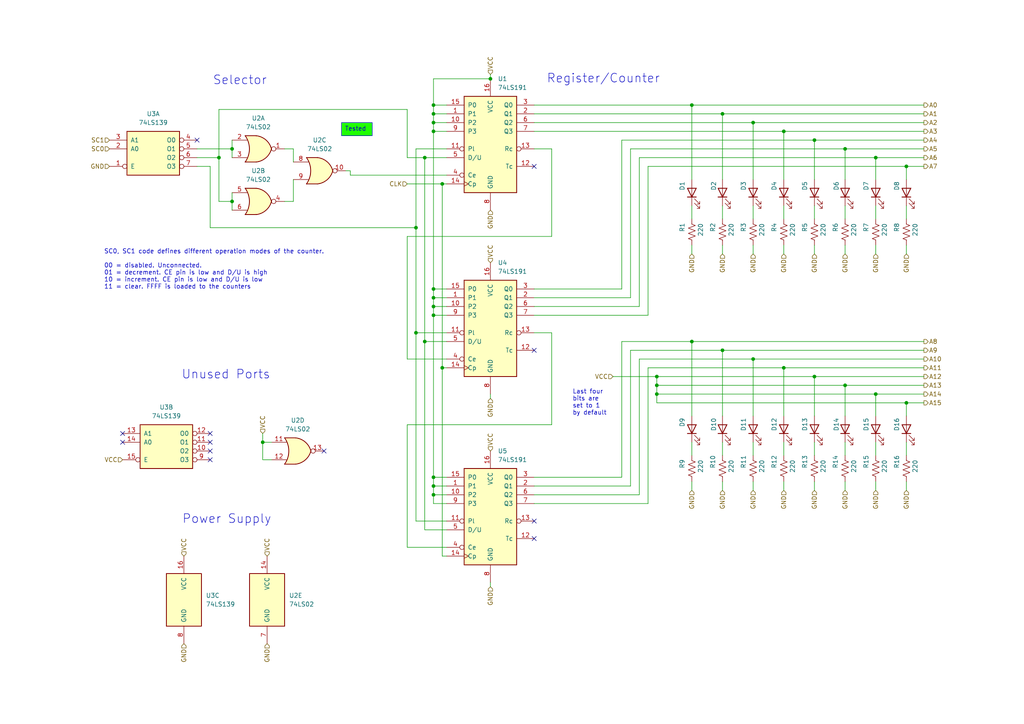
<source format=kicad_sch>
(kicad_sch (version 20250114) (generator "eeschema") (generator_version "9.0")
  (paper "A4")
  (title_block (title "Stack Pointer") (date "2025-12-04") (rev "1.0") (company "Marco Vettigli") (comment 2 "By using or distributing it, you accept the terms of the GPL.") (comment 3 "It comes with absolutely NO WARRANTY; for details, see the full license.") (comment 4 "This software is licensed under the GNU General Public License (GPL)."))
  (lib_symbols
    (symbol "74xx:74LS02" (pin_names (offset 1.016))
      (property "Reference" "U" (at 0 1.27 0))
      (property "Value" "74LS02" (at 0 -1.27 0))
      (symbol "74LS02_1_1"
        (arc (start -3.81 3.81) (mid -2.589 0) (end -3.81 -3.81) (stroke (width 0.254)))
        (polyline (pts (xy -3.81 3.81) (xy -0.635 3.81)) (stroke (width 0.254)) (fill (type background)))
        (polyline (pts (xy -3.81 -3.81) (xy -0.635 -3.81)) (stroke (width 0.254)) (fill (type background)))
        (arc (start 3.81 0) (mid 2.1855 -2.584) (end -0.6096 -3.81) (stroke (width 0.254)) (fill (type background)))
        (arc (start -0.6096 3.81) (mid 2.1928 2.5924) (end 3.81 0) (stroke (width 0.254)) (fill (type background)))
        (polyline (pts (xy -0.635 3.81) (xy -3.81 3.81) (xy -3.81 3.81) (xy -3.556 3.4036) (xy -3.0226 2.2606) (xy -2.6924 1.0414) (xy -2.6162 -0.254) (xy -2.7686 -1.4986) (xy -3.175 -2.7178) (xy -3.81 -3.81) (xy -3.81 -3.81) (xy -0.635 -3.81)) (stroke (width -25.4)) (fill (type background)))
        (pin input line (at -7.62 2.54 0) (length 4.318) (name "~") (number "2"))
        (pin input line (at -7.62 -2.54 0) (length 4.318) (name "~") (number "3"))
        (pin output inverted (at 7.62 0 180) (length 3.81) (name "~") (number "1"))
      )
      (symbol "74LS02_1_2"
        (arc (start 0 3.81) (mid 3.7934 0) (end 0 -3.81) (stroke (width 0.254)) (fill (type background)))
        (polyline (pts (xy 0 3.81) (xy -3.81 3.81) (xy -3.81 -3.81) (xy 0 -3.81)) (stroke (width 0.254)) (fill (type background)))
        (pin input inverted (at -7.62 2.54 0) (length 3.81) (name "~") (number "2"))
        (pin input inverted (at -7.62 -2.54 0) (length 3.81) (name "~") (number "3"))
        (pin output line (at 7.62 0 180) (length 3.81) (name "~") (number "1"))
      )
      (symbol "74LS02_2_1"
        (arc (start -3.81 3.81) (mid -2.589 0) (end -3.81 -3.81) (stroke (width 0.254)))
        (polyline (pts (xy -3.81 3.81) (xy -0.635 3.81)) (stroke (width 0.254)) (fill (type background)))
        (polyline (pts (xy -3.81 -3.81) (xy -0.635 -3.81)) (stroke (width 0.254)) (fill (type background)))
        (arc (start 3.81 0) (mid 2.1855 -2.584) (end -0.6096 -3.81) (stroke (width 0.254)) (fill (type background)))
        (arc (start -0.6096 3.81) (mid 2.1928 2.5924) (end 3.81 0) (stroke (width 0.254)) (fill (type background)))
        (polyline (pts (xy -0.635 3.81) (xy -3.81 3.81) (xy -3.81 3.81) (xy -3.556 3.4036) (xy -3.0226 2.2606) (xy -2.6924 1.0414) (xy -2.6162 -0.254) (xy -2.7686 -1.4986) (xy -3.175 -2.7178) (xy -3.81 -3.81) (xy -3.81 -3.81) (xy -0.635 -3.81)) (stroke (width -25.4)) (fill (type background)))
        (pin input line (at -7.62 2.54 0) (length 4.318) (name "~") (number "5"))
        (pin input line (at -7.62 -2.54 0) (length 4.318) (name "~") (number "6"))
        (pin output inverted (at 7.62 0 180) (length 3.81) (name "~") (number "4"))
      )
      (symbol "74LS02_2_2"
        (arc (start 0 3.81) (mid 3.7934 0) (end 0 -3.81) (stroke (width 0.254)) (fill (type background)))
        (polyline (pts (xy 0 3.81) (xy -3.81 3.81) (xy -3.81 -3.81) (xy 0 -3.81)) (stroke (width 0.254)) (fill (type background)))
        (pin input inverted (at -7.62 2.54 0) (length 3.81) (name "~") (number "5"))
        (pin input inverted (at -7.62 -2.54 0) (length 3.81) (name "~") (number "6"))
        (pin output line (at 7.62 0 180) (length 3.81) (name "~") (number "4"))
      )
      (symbol "74LS02_3_1"
        (arc (start -3.81 3.81) (mid -2.589 0) (end -3.81 -3.81) (stroke (width 0.254)))
        (polyline (pts (xy -3.81 3.81) (xy -0.635 3.81)) (stroke (width 0.254)) (fill (type background)))
        (polyline (pts (xy -3.81 -3.81) (xy -0.635 -3.81)) (stroke (width 0.254)) (fill (type background)))
        (arc (start 3.81 0) (mid 2.1855 -2.584) (end -0.6096 -3.81) (stroke (width 0.254)) (fill (type background)))
        (arc (start -0.6096 3.81) (mid 2.1928 2.5924) (end 3.81 0) (stroke (width 0.254)) (fill (type background)))
        (polyline (pts (xy -0.635 3.81) (xy -3.81 3.81) (xy -3.81 3.81) (xy -3.556 3.4036) (xy -3.0226 2.2606) (xy -2.6924 1.0414) (xy -2.6162 -0.254) (xy -2.7686 -1.4986) (xy -3.175 -2.7178) (xy -3.81 -3.81) (xy -3.81 -3.81) (xy -0.635 -3.81)) (stroke (width -25.4)) (fill (type background)))
        (pin input line (at -7.62 2.54 0) (length 4.318) (name "~") (number "8"))
        (pin input line (at -7.62 -2.54 0) (length 4.318) (name "~") (number "9"))
        (pin output inverted (at 7.62 0 180) (length 3.81) (name "~") (number "10"))
      )
      (symbol "74LS02_3_2"
        (arc (start 0 3.81) (mid 3.7934 0) (end 0 -3.81) (stroke (width 0.254)) (fill (type background)))
        (polyline (pts (xy 0 3.81) (xy -3.81 3.81) (xy -3.81 -3.81) (xy 0 -3.81)) (stroke (width 0.254)) (fill (type background)))
        (pin input inverted (at -7.62 2.54 0) (length 3.81) (name "~") (number "8"))
        (pin input inverted (at -7.62 -2.54 0) (length 3.81) (name "~") (number "9"))
        (pin output line (at 7.62 0 180) (length 3.81) (name "~") (number "10"))
      )
      (symbol "74LS02_4_1"
        (arc (start -3.81 3.81) (mid -2.589 0) (end -3.81 -3.81) (stroke (width 0.254)))
        (polyline (pts (xy -3.81 3.81) (xy -0.635 3.81)) (stroke (width 0.254)) (fill (type background)))
        (polyline (pts (xy -3.81 -3.81) (xy -0.635 -3.81)) (stroke (width 0.254)) (fill (type background)))
        (arc (start 3.81 0) (mid 2.1855 -2.584) (end -0.6096 -3.81) (stroke (width 0.254)) (fill (type background)))
        (arc (start -0.6096 3.81) (mid 2.1928 2.5924) (end 3.81 0) (stroke (width 0.254)) (fill (type background)))
        (polyline (pts (xy -0.635 3.81) (xy -3.81 3.81) (xy -3.81 3.81) (xy -3.556 3.4036) (xy -3.0226 2.2606) (xy -2.6924 1.0414) (xy -2.6162 -0.254) (xy -2.7686 -1.4986) (xy -3.175 -2.7178) (xy -3.81 -3.81) (xy -3.81 -3.81) (xy -0.635 -3.81)) (stroke (width -25.4)) (fill (type background)))
        (pin input line (at -7.62 2.54 0) (length 4.318) (name "~") (number "11"))
        (pin input line (at -7.62 -2.54 0) (length 4.318) (name "~") (number "12"))
        (pin output inverted (at 7.62 0 180) (length 3.81) (name "~") (number "13"))
      )
      (symbol "74LS02_4_2"
        (arc (start 0 3.81) (mid 3.7934 0) (end 0 -3.81) (stroke (width 0.254)) (fill (type background)))
        (polyline (pts (xy 0 3.81) (xy -3.81 3.81) (xy -3.81 -3.81) (xy 0 -3.81)) (stroke (width 0.254)) (fill (type background)))
        (pin input inverted (at -7.62 2.54 0) (length 3.81) (name "~") (number "11"))
        (pin input inverted (at -7.62 -2.54 0) (length 3.81) (name "~") (number "12"))
        (pin output line (at 7.62 0 180) (length 3.81) (name "~") (number "13"))
      )
      (symbol "74LS02_5_0"
        (pin power_in line (at 0 12.7 270) (length 5.08) (name "VCC") (number "14"))
        (pin power_in line (at 0 -12.7 90) (length 5.08) (name "GND") (number "7"))
      )
      (symbol "74LS02_5_1"
        (rectangle (start -5.08 7.62) (end 5.08 -7.62) (stroke (width 0.254)) (fill (type background)))
      )
    )
    (symbol "74xx:74LS139" (pin_names (offset 1.016))
      (property "Reference" "U" (at -7.62 8.89 0))
      (property "Value" "74LS139" (at -7.62 -8.89 0))
      (symbol "74LS139_1_0"
        (pin input line (at -12.7 2.54 0) (length 5.08) (name "A1") (number "3"))
        (pin input line (at -12.7 0 0) (length 5.08) (name "A0") (number "2"))
        (pin input inverted (at -12.7 -5.08 0) (length 5.08) (name "E") (number "1"))
        (pin output inverted (at 12.7 2.54 180) (length 5.08) (name "O0") (number "4"))
        (pin output inverted (at 12.7 0 180) (length 5.08) (name "O1") (number "5"))
        (pin output inverted (at 12.7 -2.54 180) (length 5.08) (name "O2") (number "6"))
        (pin output inverted (at 12.7 -5.08 180) (length 5.08) (name "O3") (number "7"))
      )
      (symbol "74LS139_1_1"
        (rectangle (start -7.62 5.08) (end 7.62 -7.62) (stroke (width 0.254)) (fill (type background)))
      )
      (symbol "74LS139_2_0"
        (pin input line (at -12.7 2.54 0) (length 5.08) (name "A1") (number "13"))
        (pin input line (at -12.7 0 0) (length 5.08) (name "A0") (number "14"))
        (pin input inverted (at -12.7 -5.08 0) (length 5.08) (name "E") (number "15"))
        (pin output inverted (at 12.7 2.54 180) (length 5.08) (name "O0") (number "12"))
        (pin output inverted (at 12.7 0 180) (length 5.08) (name "O1") (number "11"))
        (pin output inverted (at 12.7 -2.54 180) (length 5.08) (name "O2") (number "10"))
        (pin output inverted (at 12.7 -5.08 180) (length 5.08) (name "O3") (number "9"))
      )
      (symbol "74LS139_2_1"
        (rectangle (start -7.62 5.08) (end 7.62 -7.62) (stroke (width 0.254)) (fill (type background)))
      )
      (symbol "74LS139_3_0"
        (pin power_in line (at 0 12.7 270) (length 5.08) (name "VCC") (number "16"))
        (pin power_in line (at 0 -12.7 90) (length 5.08) (name "GND") (number "8"))
      )
      (symbol "74LS139_3_1"
        (rectangle (start -5.08 7.62) (end 5.08 -7.62) (stroke (width 0.254)) (fill (type background)))
      )
    )
    (symbol "74xx:74LS191" (pin_names (offset 1.016))
      (property "Reference" "U" (at -7.62 13.97 0))
      (property "Value" "74LS191" (at -7.62 -16.51 0))
      (symbol "74LS191_1_0"
        (pin input line (at -12.7 10.16 0) (length 5.08) (name "P0") (number "15"))
        (pin input line (at -12.7 7.62 0) (length 5.08) (name "P1") (number "1"))
        (pin input line (at -12.7 5.08 0) (length 5.08) (name "P2") (number "10"))
        (pin input line (at -12.7 2.54 0) (length 5.08) (name "P3") (number "9"))
        (pin input inverted (at -12.7 -2.54 0) (length 5.08) (name "Pl") (number "11"))
        (pin input line (at -12.7 -5.08 0) (length 5.08) (name "D/U") (number "5"))
        (pin input inverted (at -12.7 -10.16 0) (length 5.08) (name "Ce") (number "4"))
        (pin input clock (at -12.7 -12.7 0) (length 5.08) (name "Cp") (number "14"))
        (pin power_in line (at 0 17.78 270) (length 5.08) (name "VCC") (number "16"))
        (pin power_in line (at 0 -20.32 90) (length 5.08) (name "GND") (number "8"))
        (pin output line (at 12.7 10.16 180) (length 5.08) (name "Q0") (number "3"))
        (pin output line (at 12.7 7.62 180) (length 5.08) (name "Q1") (number "2"))
        (pin output line (at 12.7 5.08 180) (length 5.08) (name "Q2") (number "6"))
        (pin output line (at 12.7 2.54 180) (length 5.08) (name "Q3") (number "7"))
        (pin output inverted (at 12.7 -2.54 180) (length 5.08) (name "Rc") (number "13"))
        (pin output line (at 12.7 -7.62 180) (length 5.08) (name "Tc") (number "12"))
      )
      (symbol "74LS191_1_1"
        (rectangle (start -7.62 12.7) (end 7.62 -15.24) (stroke (width 0.254)) (fill (type background)))
      )
    )
    (symbol "Device:LED" (pin_numbers (hide yes)) (pin_names (offset 1.016) (hide yes))
      (property "Reference" "D" (at 0 2.54 0))
      (property "Value" "LED" (at 0 -2.54 0))
      (symbol "LED_0_1"
        (polyline (pts (xy -3.048 -0.762) (xy -4.572 -2.286) (xy -3.81 -2.286) (xy -4.572 -2.286) (xy -4.572 -1.524)))
        (polyline (pts (xy -1.778 -0.762) (xy -3.302 -2.286) (xy -2.54 -2.286) (xy -3.302 -2.286) (xy -3.302 -1.524)))
        (polyline (pts (xy -1.27 0) (xy 1.27 0)))
        (polyline (pts (xy -1.27 -1.27) (xy -1.27 1.27)) (stroke (width 0.254)))
        (polyline (pts (xy 1.27 -1.27) (xy 1.27 1.27) (xy -1.27 0) (xy 1.27 -1.27)) (stroke (width 0.254)))
      )
      (symbol "LED_1_1"
        (pin passive line (at -3.81 0 0) (length 2.54) (name "K") (number "1"))
        (pin passive line (at 3.81 0 180) (length 2.54) (name "A") (number "2"))
      )
    )
    (symbol "Device:R_US" (pin_numbers (hide yes)) (pin_names (offset 0))
      (property "Reference" "R" (at 2.54 0 90))
      (property "Value" "R_US" (at -2.54 0 90))
      (symbol "R_US_0_1"
        (polyline (pts (xy 0 2.286) (xy 0 2.54)))
        (polyline (pts (xy 0 2.286) (xy 1.016 1.905) (xy 0 1.524) (xy -1.016 1.143) (xy 0 0.762)))
        (polyline (pts (xy 0 0.762) (xy 1.016 0.381) (xy 0 0) (xy -1.016 -0.381) (xy 0 -0.762)))
        (polyline (pts (xy 0 -0.762) (xy 1.016 -1.143) (xy 0 -1.524) (xy -1.016 -1.905) (xy 0 -2.286)))
        (polyline (pts (xy 0 -2.286) (xy 0 -2.54)))
      )
      (symbol "R_US_1_1"
        (pin passive line (at 0 3.81 270) (length 1.27) (name "~") (number "1"))
        (pin passive line (at 0 -3.81 90) (length 1.27) (name "~") (number "2"))
      )
    )
  )
  (text "Selector" (at 69.596 23.368 0) (effects (font (size 2.54 2.54))))
  (text "Unused Ports" (at 65.532 108.712 0) (effects (font (size 2.54 2.54))))
  (text "Power Supply" (at 65.786 150.622 0) (effects (font (size 2.54 2.54))))
  (text "Register/Counter" (at 175.006 22.86 0) (effects (font (size 2.54 2.54))))
  (text_box "SC0, SC1 code defines different operation modes of the counter.\n\n00 = disabled. Unconnected.\n01 = decrement. CE pin is low and D/U is high\n10 = increment. CE pin is low and D/U is low\n11 = clear. FFFF is loaded to the counters" (at 29.21 71.12 0) (size 78.74 15.24) (margins 0.9525 0.9525 0.9525 0.9525) (stroke (width -0.0001)) (effects (font (size 1.27 1.27)) (justify left top)))
  (text_box "Last four bits are set to 1 by default" (at 165.1 111.76 0) (size 12.7 10.16) (margins 0.9525 0.9525 0.9525 0.9525) (stroke (width -0.0001)) (effects (font (size 1.27 1.27)) (justify left top)))
  (text_box "Tested" (at 99.06 35.56 0) (size 8.89 3.81) (margins 0.9525 0.9525 0.9525 0.9525) (fill (type color) (color 31 255 0 1)) (effects (font (size 1.27 1.27)) (justify left top)))
  (junction (at 245.11 43.18))
  (junction (at 254 114.3))
  (junction (at 63.5 45.72))
  (junction (at 125.73 86.36))
  (junction (at 227.33 106.68))
  (junction (at 123.19 99.06))
  (junction (at 125.73 91.44))
  (junction (at 190.5 114.3))
  (junction (at 125.73 83.82))
  (junction (at 125.73 35.56))
  (junction (at 200.66 99.06))
  (junction (at 125.73 30.48))
  (junction (at 262.89 48.26))
  (junction (at 209.55 101.6))
  (junction (at 209.55 33.02))
  (junction (at 262.89 116.84))
  (junction (at 227.33 38.1))
  (junction (at 200.66 30.48))
  (junction (at 236.22 40.64))
  (junction (at 120.65 66.04))
  (junction (at 254 45.72))
  (junction (at 142.24 22.86))
  (junction (at 125.73 143.51))
  (junction (at 190.5 109.22))
  (junction (at 125.73 33.02))
  (junction (at 236.22 109.22))
  (junction (at 128.27 106.68))
  (junction (at 218.44 104.14))
  (junction (at 190.5 111.76))
  (junction (at 125.73 140.97))
  (junction (at 125.73 88.9))
  (junction (at 76.2 128.27))
  (junction (at 218.44 35.56))
  (junction (at 245.11 111.76))
  (junction (at 128.27 53.34))
  (junction (at 123.19 45.72))
  (junction (at 67.31 43.18))
  (junction (at 125.73 138.43))
  (junction (at 125.73 38.1))
  (junction (at 67.31 58.42))
  (junction (at 120.65 96.52))
  (no_connect (at 154.94 101.6))
  (no_connect (at 154.94 48.26))
  (no_connect (at 60.96 133.35))
  (no_connect (at 60.96 125.73))
  (no_connect (at 35.56 128.27))
  (no_connect (at 154.94 156.21))
  (no_connect (at 93.98 130.81))
  (no_connect (at 60.96 128.27))
  (no_connect (at 35.56 125.73))
  (no_connect (at 60.96 130.81))
  (no_connect (at 57.15 40.64))
  (no_connect (at 154.94 151.13))
  (wire (pts (xy 125.73 91.44) (xy 125.73 88.9)))
  (wire (pts (xy 236.22 40.64) (xy 267.97 40.64)))
  (wire (pts (xy 218.44 63.5) (xy 218.44 59.69)))
  (wire (pts (xy 262.89 132.08) (xy 262.89 128.27)))
  (wire (pts (xy 236.22 40.64) (xy 236.22 52.07)))
  (wire (pts (xy 125.73 140.97) (xy 129.54 140.97)))
  (wire (pts (xy 125.73 146.05) (xy 125.73 143.51)))
  (wire (pts (xy 129.54 96.52) (xy 120.65 96.52)))
  (wire (pts (xy 123.19 99.06) (xy 123.19 153.67)))
  (wire (pts (xy 200.66 132.08) (xy 200.66 128.27)))
  (wire (pts (xy 63.5 45.72) (xy 63.5 58.42)))
  (wire (pts (xy 209.55 101.6) (xy 267.97 101.6)))
  (wire (pts (xy 182.88 101.6) (xy 182.88 140.97)))
  (wire (pts (xy 154.94 86.36) (xy 182.88 86.36)))
  (wire (pts (xy 67.31 43.18) (xy 67.31 45.72)))
  (wire (pts (xy 118.11 53.34) (xy 128.27 53.34)))
  (wire (pts (xy 63.5 31.75) (xy 118.11 31.75)))
  (wire (pts (xy 76.2 128.27) (xy 76.2 133.35)))
  (wire (pts (xy 125.73 83.82) (xy 129.54 83.82)))
  (wire (pts (xy 154.94 143.51) (xy 185.42 143.51)))
  (wire (pts (xy 236.22 73.66) (xy 236.22 71.12)))
  (wire (pts (xy 125.73 86.36) (xy 125.73 88.9)))
  (wire (pts (xy 245.11 142.24) (xy 245.11 139.7)))
  (wire (pts (xy 254 114.3) (xy 254 120.65)))
  (wire (pts (xy 154.94 146.05) (xy 187.96 146.05)))
  (wire (pts (xy 125.73 30.48) (xy 125.73 33.02)))
  (wire (pts (xy 128.27 161.29) (xy 129.54 161.29)))
  (wire (pts (xy 120.65 43.18) (xy 120.65 66.04)))
  (wire (pts (xy 125.73 86.36) (xy 129.54 86.36)))
  (wire (pts (xy 245.11 111.76) (xy 245.11 120.65)))
  (wire (pts (xy 142.24 115.57) (xy 142.24 114.3)))
  (wire (pts (xy 125.73 33.02) (xy 125.73 35.56)))
  (wire (pts (xy 128.27 106.68) (xy 128.27 161.29)))
  (wire (pts (xy 160.02 96.52) (xy 160.02 123.19)))
  (wire (pts (xy 262.89 48.26) (xy 262.89 52.07)))
  (wire (pts (xy 245.11 73.66) (xy 245.11 71.12)))
  (wire (pts (xy 200.66 30.48) (xy 200.66 52.07)))
  (wire (pts (xy 209.55 132.08) (xy 209.55 128.27)))
  (wire (pts (xy 245.11 111.76) (xy 267.97 111.76)))
  (wire (pts (xy 245.11 63.5) (xy 245.11 59.69)))
  (wire (pts (xy 142.24 170.18) (xy 142.24 168.91)))
  (wire (pts (xy 182.88 86.36) (xy 182.88 43.18)))
  (wire (pts (xy 67.31 58.42) (xy 67.31 60.96)))
  (wire (pts (xy 154.94 140.97) (xy 182.88 140.97)))
  (wire (pts (xy 227.33 106.68) (xy 267.97 106.68)))
  (wire (pts (xy 254 45.72) (xy 254 52.07)))
  (wire (pts (xy 63.5 58.42) (xy 67.31 58.42)))
  (wire (pts (xy 182.88 101.6) (xy 209.55 101.6)))
  (wire (pts (xy 180.34 83.82) (xy 180.34 40.64)))
  (wire (pts (xy 236.22 109.22) (xy 267.97 109.22)))
  (wire (pts (xy 262.89 142.24) (xy 262.89 139.7)))
  (wire (pts (xy 180.34 40.64) (xy 236.22 40.64)))
  (wire (pts (xy 254 132.08) (xy 254 128.27)))
  (wire (pts (xy 236.22 132.08) (xy 236.22 128.27)))
  (wire (pts (xy 262.89 73.66) (xy 262.89 71.12)))
  (wire (pts (xy 209.55 63.5) (xy 209.55 59.69)))
  (wire (pts (xy 76.2 128.27) (xy 78.74 128.27)))
  (wire (pts (xy 218.44 104.14) (xy 267.97 104.14)))
  (wire (pts (xy 190.5 111.76) (xy 190.5 109.22)))
  (wire (pts (xy 227.33 106.68) (xy 227.33 120.65)))
  (wire (pts (xy 101.6 49.53) (xy 101.6 50.8)))
  (wire (pts (xy 160.02 68.58) (xy 118.11 68.58)))
  (wire (pts (xy 187.96 48.26) (xy 262.89 48.26)))
  (wire (pts (xy 209.55 33.02) (xy 209.55 52.07)))
  (wire (pts (xy 67.31 40.64) (xy 67.31 43.18)))
  (wire (pts (xy 118.11 158.75) (xy 129.54 158.75)))
  (wire (pts (xy 190.5 114.3) (xy 254 114.3)))
  (wire (pts (xy 200.66 63.5) (xy 200.66 59.69)))
  (wire (pts (xy 187.96 106.68) (xy 187.96 146.05)))
  (wire (pts (xy 190.5 114.3) (xy 190.5 111.76)))
  (wire (pts (xy 128.27 53.34) (xy 128.27 106.68)))
  (wire (pts (xy 142.24 21.59) (xy 142.24 22.86)))
  (wire (pts (xy 123.19 99.06) (xy 129.54 99.06)))
  (wire (pts (xy 185.42 45.72) (xy 185.42 88.9)))
  (wire (pts (xy 57.15 45.72) (xy 63.5 45.72)))
  (wire (pts (xy 118.11 104.14) (xy 129.54 104.14)))
  (wire (pts (xy 154.94 88.9) (xy 185.42 88.9)))
  (wire (pts (xy 125.73 88.9) (xy 129.54 88.9)))
  (wire (pts (xy 236.22 63.5) (xy 236.22 59.69)))
  (wire (pts (xy 218.44 142.24) (xy 218.44 139.7)))
  (wire (pts (xy 82.55 43.18) (xy 85.09 43.18)))
  (wire (pts (xy 218.44 35.56) (xy 267.97 35.56)))
  (wire (pts (xy 85.09 58.42) (xy 85.09 52.07)))
  (wire (pts (xy 154.94 33.02) (xy 209.55 33.02)))
  (wire (pts (xy 227.33 73.66) (xy 227.33 71.12)))
  (wire (pts (xy 118.11 45.72) (xy 123.19 45.72)))
  (wire (pts (xy 63.5 45.72) (xy 63.5 31.75)))
  (wire (pts (xy 262.89 48.26) (xy 267.97 48.26)))
  (wire (pts (xy 200.66 142.24) (xy 200.66 139.7)))
  (wire (pts (xy 85.09 43.18) (xy 85.09 46.99)))
  (wire (pts (xy 154.94 43.18) (xy 160.02 43.18)))
  (wire (pts (xy 154.94 38.1) (xy 227.33 38.1)))
  (wire (pts (xy 245.11 132.08) (xy 245.11 128.27)))
  (wire (pts (xy 218.44 104.14) (xy 218.44 120.65)))
  (wire (pts (xy 200.66 73.66) (xy 200.66 71.12)))
  (wire (pts (xy 154.94 30.48) (xy 200.66 30.48)))
  (wire (pts (xy 218.44 73.66) (xy 218.44 71.12)))
  (wire (pts (xy 123.19 153.67) (xy 129.54 153.67)))
  (wire (pts (xy 154.94 35.56) (xy 218.44 35.56)))
  (wire (pts (xy 120.65 43.18) (xy 129.54 43.18)))
  (wire (pts (xy 118.11 123.19) (xy 118.11 158.75)))
  (wire (pts (xy 125.73 138.43) (xy 129.54 138.43)))
  (wire (pts (xy 185.42 104.14) (xy 218.44 104.14)))
  (wire (pts (xy 125.73 35.56) (xy 129.54 35.56)))
  (wire (pts (xy 154.94 138.43) (xy 180.34 138.43)))
  (wire (pts (xy 57.15 48.26) (xy 60.96 48.26)))
  (wire (pts (xy 57.15 43.18) (xy 67.31 43.18)))
  (wire (pts (xy 129.54 146.05) (xy 125.73 146.05)))
  (wire (pts (xy 177.8 109.22) (xy 190.5 109.22)))
  (wire (pts (xy 236.22 109.22) (xy 236.22 120.65)))
  (wire (pts (xy 254 73.66) (xy 254 71.12)))
  (wire (pts (xy 185.42 104.14) (xy 185.42 143.51)))
  (wire (pts (xy 182.88 43.18) (xy 245.11 43.18)))
  (wire (pts (xy 180.34 99.06) (xy 200.66 99.06)))
  (wire (pts (xy 76.2 133.35) (xy 78.74 133.35)))
  (wire (pts (xy 67.31 55.88) (xy 67.31 58.42)))
  (wire (pts (xy 254 63.5) (xy 254 59.69)))
  (wire (pts (xy 190.5 109.22) (xy 236.22 109.22)))
  (wire (pts (xy 200.66 99.06) (xy 200.66 120.65)))
  (wire (pts (xy 125.73 22.86) (xy 125.73 30.48)))
  (wire (pts (xy 245.11 43.18) (xy 245.11 52.07)))
  (wire (pts (xy 118.11 68.58) (xy 118.11 104.14)))
  (wire (pts (xy 118.11 31.75) (xy 118.11 45.72)))
  (wire (pts (xy 125.73 38.1) (xy 129.54 38.1)))
  (wire (pts (xy 125.73 33.02) (xy 129.54 33.02)))
  (wire (pts (xy 245.11 43.18) (xy 267.97 43.18)))
  (wire (pts (xy 123.19 45.72) (xy 129.54 45.72)))
  (wire (pts (xy 227.33 38.1) (xy 267.97 38.1)))
  (wire (pts (xy 154.94 83.82) (xy 180.34 83.82)))
  (wire (pts (xy 209.55 33.02) (xy 267.97 33.02)))
  (wire (pts (xy 227.33 38.1) (xy 227.33 52.07)))
  (wire (pts (xy 209.55 142.24) (xy 209.55 139.7)))
  (wire (pts (xy 125.73 143.51) (xy 129.54 143.51)))
  (wire (pts (xy 187.96 91.44) (xy 187.96 48.26)))
  (wire (pts (xy 190.5 111.76) (xy 245.11 111.76)))
  (wire (pts (xy 120.65 66.04) (xy 120.65 96.52)))
  (wire (pts (xy 187.96 106.68) (xy 227.33 106.68)))
  (wire (pts (xy 125.73 140.97) (xy 125.73 143.51)))
  (wire (pts (xy 60.96 66.04) (xy 120.65 66.04)))
  (wire (pts (xy 218.44 35.56) (xy 218.44 52.07)))
  (wire (pts (xy 100.33 49.53) (xy 101.6 49.53)))
  (wire (pts (xy 262.89 116.84) (xy 267.97 116.84)))
  (wire (pts (xy 101.6 50.8) (xy 129.54 50.8)))
  (wire (pts (xy 142.24 22.86) (xy 125.73 22.86)))
  (wire (pts (xy 254 45.72) (xy 185.42 45.72)))
  (wire (pts (xy 123.19 45.72) (xy 123.19 99.06)))
  (wire (pts (xy 262.89 63.5) (xy 262.89 59.69)))
  (wire (pts (xy 254 142.24) (xy 254 139.7)))
  (wire (pts (xy 180.34 99.06) (xy 180.34 138.43)))
  (wire (pts (xy 160.02 123.19) (xy 118.11 123.19)))
  (wire (pts (xy 125.73 91.44) (xy 125.73 138.43)))
  (wire (pts (xy 154.94 96.52) (xy 160.02 96.52)))
  (wire (pts (xy 125.73 83.82) (xy 125.73 86.36)))
  (wire (pts (xy 160.02 43.18) (xy 160.02 68.58)))
  (wire (pts (xy 227.33 132.08) (xy 227.33 128.27)))
  (wire (pts (xy 60.96 48.26) (xy 60.96 66.04)))
  (wire (pts (xy 125.73 38.1) (xy 125.73 83.82)))
  (wire (pts (xy 82.55 58.42) (xy 85.09 58.42)))
  (wire (pts (xy 120.65 96.52) (xy 120.65 151.13)))
  (wire (pts (xy 254 114.3) (xy 267.97 114.3)))
  (wire (pts (xy 209.55 73.66) (xy 209.55 71.12)))
  (wire (pts (xy 262.89 116.84) (xy 262.89 120.65)))
  (wire (pts (xy 236.22 142.24) (xy 236.22 139.7)))
  (wire (pts (xy 154.94 91.44) (xy 187.96 91.44)))
  (wire (pts (xy 125.73 30.48) (xy 129.54 30.48)))
  (wire (pts (xy 218.44 132.08) (xy 218.44 128.27)))
  (wire (pts (xy 190.5 116.84) (xy 262.89 116.84)))
  (wire (pts (xy 128.27 53.34) (xy 129.54 53.34)))
  (wire (pts (xy 125.73 35.56) (xy 125.73 38.1)))
  (wire (pts (xy 129.54 91.44) (xy 125.73 91.44)))
  (wire (pts (xy 128.27 106.68) (xy 129.54 106.68)))
  (wire (pts (xy 254 45.72) (xy 267.97 45.72)))
  (wire (pts (xy 200.66 30.48) (xy 267.97 30.48)))
  (wire (pts (xy 209.55 101.6) (xy 209.55 120.65)))
  (wire (pts (xy 190.5 116.84) (xy 190.5 114.3)))
  (wire (pts (xy 227.33 63.5) (xy 227.33 59.69)))
  (wire (pts (xy 76.2 125.73) (xy 76.2 128.27)))
  (wire (pts (xy 125.73 138.43) (xy 125.73 140.97)))
  (wire (pts (xy 200.66 99.06) (xy 267.97 99.06)))
  (wire (pts (xy 227.33 142.24) (xy 227.33 139.7)))
  (wire (pts (xy 129.54 151.13) (xy 120.65 151.13)))
  (hierarchical_label "GND" (shape input) (at 245.11 142.24 270))
  (hierarchical_label "GND" (shape input) (at 218.44 73.66 270))
  (hierarchical_label "GND" (shape input) (at 77.47 186.69 270))
  (hierarchical_label "A12" (shape output) (at 267.97 109.22 0))
  (hierarchical_label "GND" (shape input) (at 31.75 48.26 180))
  (hierarchical_label "A4" (shape output) (at 267.97 40.64 0))
  (hierarchical_label "A11" (shape output) (at 267.97 106.68 0))
  (hierarchical_label "VCC" (shape input) (at 77.47 161.29 90))
  (hierarchical_label "A6" (shape output) (at 267.97 45.72 0))
  (hierarchical_label "VCC" (shape input) (at 76.2 125.73 90))
  (hierarchical_label "A7" (shape output) (at 267.97 48.26 0))
  (hierarchical_label "GND" (shape input) (at 262.89 142.24 270))
  (hierarchical_label "VCC" (shape input) (at 142.24 21.59 90))
  (hierarchical_label "A3" (shape output) (at 267.97 38.1 0))
  (hierarchical_label "VCC" (shape input) (at 35.56 133.35 180))
  (hierarchical_label "A5" (shape output) (at 267.97 43.18 0))
  (hierarchical_label "GND" (shape input) (at 245.11 73.66 270))
  (hierarchical_label "VCC" (shape input) (at 53.34 161.29 90))
  (hierarchical_label "GND" (shape input) (at 142.24 115.57 270))
  (hierarchical_label "A10" (shape output) (at 267.97 104.14 0))
  (hierarchical_label "GND" (shape input) (at 209.55 73.66 270))
  (hierarchical_label "GND" (shape input) (at 142.24 170.18 270))
  (hierarchical_label "GND" (shape input) (at 227.33 142.24 270))
  (hierarchical_label "GND" (shape input) (at 200.66 73.66 270))
  (hierarchical_label "CLK" (shape input) (at 118.11 53.34 180))
  (hierarchical_label "GND" (shape input) (at 236.22 142.24 270))
  (hierarchical_label "GND" (shape input) (at 254 73.66 270))
  (hierarchical_label "VCC" (shape input) (at 177.8 109.22 180))
  (hierarchical_label "A15" (shape output) (at 267.97 116.84 0))
  (hierarchical_label "A14" (shape output) (at 267.97 114.3 0))
  (hierarchical_label "GND" (shape input) (at 254 142.24 270))
  (hierarchical_label "A13" (shape output) (at 267.97 111.76 0))
  (hierarchical_label "A9" (shape output) (at 267.97 101.6 0))
  (hierarchical_label "A1" (shape output) (at 267.97 33.02 0))
  (hierarchical_label "A8" (shape output) (at 267.97 99.06 0))
  (hierarchical_label "GND" (shape input) (at 218.44 142.24 270))
  (hierarchical_label "GND" (shape input) (at 236.22 73.66 270))
  (hierarchical_label "GND" (shape input) (at 262.89 73.66 270))
  (hierarchical_label "GND" (shape input) (at 227.33 73.66 270))
  (hierarchical_label "GND" (shape input) (at 209.55 142.24 270))
  (hierarchical_label "A2" (shape output) (at 267.97 35.56 0))
  (hierarchical_label "VCC" (shape input) (at 142.24 130.81 90))
  (hierarchical_label "GND" (shape input) (at 142.24 60.96 270))
  (hierarchical_label "A0" (shape output) (at 267.97 30.48 0))
  (hierarchical_label "SC1" (shape input) (at 31.75 40.64 180))
  (hierarchical_label "GND" (shape input) (at 53.34 186.69 270))
  (hierarchical_label "GND" (shape input) (at 200.66 142.24 270))
  (hierarchical_label "VCC" (shape input) (at 142.24 76.2 90))
  (hierarchical_label "SC0" (shape input) (at 31.75 43.18 180))
  (symbol (lib_id "Device:LED") (at 200.66 55.88 90) (unit 1)
    (property "Reference" "D1" (at 197.866 52.578 0) (effects (justify right)))
    (property "Value" "GREEN" (effects (hide yes)))
    (property "Footprint" "LED_THT:LED_D3.0mm" (effects (hide yes)))
    (property "Description" "Light emitting diode" (effects (hide yes)))
    (property "Sim.Pins" "1=K 2=A" (effects (hide yes)))
  )
  (symbol (lib_id "Device:LED") (at 245.11 124.46 90) (unit 1)
    (property "Reference" "D14" (at 242.57 121.158 0) (effects (justify right)))
    (property "Value" "GREEN" (effects (hide yes)))
    (property "Footprint" "LED_THT:LED_D3.0mm" (effects (hide yes)))
    (property "Description" "Light emitting diode" (effects (hide yes)))
    (property "Sim.Pins" "1=K 2=A" (effects (hide yes)))
  )
  (symbol (lib_id "Device:R_US") (at 262.89 67.31 0) (unit 1)
    (property "Reference" "R8" (at 260.096 67.31 90) (effects (justify left)))
    (property "Value" "220" (at 265.43 68.5799 90) (effects (justify left)))
    (property "Footprint" "Resistor_THT:R_Axial_DIN0207_L6.3mm_D2.5mm_P10.16mm_Horizontal" (effects (hide yes)))
    (property "Description" "Resistor, US symbol" (effects (hide yes)))
  )
  (symbol (lib_id "74xx:74LS02") (at 86.36 130.81 0) (unit 4)
    (property "Reference" "U2" (at 86.36 121.92 0))
    (property "Value" "74LS02" (at 86.36 124.46 0))
    (property "Footprint" "Package_DIP:DIP-14_W7.62mm" (effects (hide yes)))
    (property "Datasheet" "http://www.ti.com/lit/gpn/sn74ls02" (effects (hide yes)))
    (property "Description" "quad 2-input NOR gate" (effects (hide yes)))
  )
  (symbol (lib_id "Device:R_US") (at 254 135.89 0) (unit 1)
    (property "Reference" "R15" (at 251.206 135.89 90) (effects (justify left)))
    (property "Value" "220" (at 256.54 137.1599 90) (effects (justify left)))
    (property "Footprint" "Resistor_THT:R_Axial_DIN0207_L6.3mm_D2.5mm_P10.16mm_Horizontal" (effects (hide yes)))
    (property "Description" "Resistor, US symbol" (effects (hide yes)))
  )
  (symbol (lib_id "Device:R_US") (at 218.44 67.31 0) (unit 1)
    (property "Reference" "R3" (at 215.646 67.31 90) (effects (justify left)))
    (property "Value" "220" (at 220.98 68.5799 90) (effects (justify left)))
    (property "Footprint" "Resistor_THT:R_Axial_DIN0207_L6.3mm_D2.5mm_P10.16mm_Horizontal" (effects (hide yes)))
    (property "Description" "Resistor, US symbol" (effects (hide yes)))
  )
  (symbol (lib_id "Device:R_US") (at 209.55 135.89 0) (unit 1)
    (property "Reference" "R10" (at 206.756 135.89 90) (effects (justify left)))
    (property "Value" "220" (at 212.09 137.1599 90) (effects (justify left)))
    (property "Footprint" "Resistor_THT:R_Axial_DIN0207_L6.3mm_D2.5mm_P10.16mm_Horizontal" (effects (hide yes)))
    (property "Description" "Resistor, US symbol" (effects (hide yes)))
  )
  (symbol (lib_id "Device:LED") (at 245.11 55.88 90) (unit 1)
    (property "Reference" "D6" (at 242.57 52.578 0) (effects (justify right)))
    (property "Value" "GREEN" (effects (hide yes)))
    (property "Footprint" "LED_THT:LED_D3.0mm" (effects (hide yes)))
    (property "Description" "Light emitting diode" (effects (hide yes)))
    (property "Sim.Pins" "1=K 2=A" (effects (hide yes)))
  )
  (symbol (lib_id "Device:R_US") (at 262.89 135.89 0) (unit 1)
    (property "Reference" "R16" (at 260.096 135.89 90) (effects (justify left)))
    (property "Value" "220" (at 265.43 137.1599 90) (effects (justify left)))
    (property "Footprint" "Resistor_THT:R_Axial_DIN0207_L6.3mm_D2.5mm_P10.16mm_Horizontal" (effects (hide yes)))
    (property "Description" "Resistor, US symbol" (effects (hide yes)))
  )
  (symbol (lib_id "Device:R_US") (at 227.33 67.31 0) (unit 1)
    (property "Reference" "R4" (at 224.536 67.31 90) (effects (justify left)))
    (property "Value" "220" (at 229.87 68.5799 90) (effects (justify left)))
    (property "Footprint" "Resistor_THT:R_Axial_DIN0207_L6.3mm_D2.5mm_P10.16mm_Horizontal" (effects (hide yes)))
    (property "Description" "Resistor, US symbol" (effects (hide yes)))
  )
  (symbol (lib_id "Device:LED") (at 262.89 55.88 90) (unit 1)
    (property "Reference" "D8" (at 260.096 52.578 0) (effects (justify right)))
    (property "Value" "GREEN" (effects (hide yes)))
    (property "Footprint" "LED_THT:LED_D3.0mm" (effects (hide yes)))
    (property "Description" "Light emitting diode" (effects (hide yes)))
    (property "Sim.Pins" "1=K 2=A" (effects (hide yes)))
  )
  (symbol (lib_id "Device:LED") (at 254 124.46 90) (unit 1)
    (property "Reference" "D15" (at 251.206 121.158 0) (effects (justify right)))
    (property "Value" "GREEN" (effects (hide yes)))
    (property "Footprint" "LED_THT:LED_D3.0mm" (effects (hide yes)))
    (property "Description" "Light emitting diode" (effects (hide yes)))
    (property "Sim.Pins" "1=K 2=A" (effects (hide yes)))
  )
  (symbol (lib_id "74xx:74LS02") (at 74.93 43.18 0) (unit 1)
    (property "Reference" "U2" (at 74.93 34.29 0))
    (property "Value" "74LS02" (at 74.93 36.83 0))
    (property "Footprint" "Package_DIP:DIP-14_W7.62mm" (effects (hide yes)))
    (property "Datasheet" "http://www.ti.com/lit/gpn/sn74ls02" (effects (hide yes)))
    (property "Description" "quad 2-input NOR gate" (effects (hide yes)))
  )
  (symbol (lib_id "Device:LED") (at 218.44 124.46 90) (unit 1)
    (property "Reference" "D11" (at 215.646 121.158 0) (effects (justify right)))
    (property "Value" "GREEN" (effects (hide yes)))
    (property "Footprint" "LED_THT:LED_D3.0mm" (effects (hide yes)))
    (property "Description" "Light emitting diode" (effects (hide yes)))
    (property "Sim.Pins" "1=K 2=A" (effects (hide yes)))
  )
  (symbol (lib_id "Device:LED") (at 209.55 124.46 90) (unit 1)
    (property "Reference" "D10" (at 207.01 121.158 0) (effects (justify right)))
    (property "Value" "GREEN" (effects (hide yes)))
    (property "Footprint" "LED_THT:LED_D3.0mm" (effects (hide yes)))
    (property "Description" "Light emitting diode" (effects (hide yes)))
    (property "Sim.Pins" "1=K 2=A" (effects (hide yes)))
  )
  (symbol (lib_id "Device:R_US") (at 236.22 67.31 0) (unit 1)
    (property "Reference" "R5" (at 233.426 67.31 90) (effects (justify left)))
    (property "Value" "220" (at 238.76 68.5799 90) (effects (justify left)))
    (property "Footprint" "Resistor_THT:R_Axial_DIN0207_L6.3mm_D2.5mm_P10.16mm_Horizontal" (effects (hide yes)))
    (property "Description" "Resistor, US symbol" (effects (hide yes)))
  )
  (symbol (lib_id "Device:LED") (at 227.33 55.88 90) (unit 1)
    (property "Reference" "D4" (at 224.536 52.578 0) (effects (justify right)))
    (property "Value" "GREEN" (effects (hide yes)))
    (property "Footprint" "LED_THT:LED_D3.0mm" (effects (hide yes)))
    (property "Description" "Light emitting diode" (effects (hide yes)))
    (property "Sim.Pins" "1=K 2=A" (effects (hide yes)))
  )
  (symbol (lib_id "74xx:74LS02") (at 74.93 58.42 0) (unit 2)
    (property "Reference" "U2" (at 74.93 49.53 0))
    (property "Value" "74LS02" (at 74.93 52.07 0))
    (property "Footprint" "Package_DIP:DIP-14_W7.62mm" (effects (hide yes)))
    (property "Datasheet" "http://www.ti.com/lit/gpn/sn74ls02" (effects (hide yes)))
    (property "Description" "quad 2-input NOR gate" (effects (hide yes)))
  )
  (symbol (lib_id "74xx:74LS139") (at 53.34 173.99 0) (unit 3)
    (property "Reference" "U3" (at 59.69 172.7199 0) (effects (justify left)))
    (property "Value" "74LS139" (at 59.69 175.2599 0) (effects (justify left)))
    (property "Footprint" "Package_DIP:DIP-16_W7.62mm" (effects (hide yes)))
    (property "Datasheet" "http://www.ti.com/lit/ds/symlink/sn74ls139a.pdf" (effects (hide yes)))
    (property "Description" "Dual Decoder 1 of 4, Active low outputs" (effects (hide yes)))
  )
  (symbol (lib_id "Device:LED") (at 236.22 124.46 90) (unit 1)
    (property "Reference" "D13" (at 233.426 121.158 0) (effects (justify right)))
    (property "Value" "GREEN" (effects (hide yes)))
    (property "Footprint" "LED_THT:LED_D3.0mm" (effects (hide yes)))
    (property "Description" "Light emitting diode" (effects (hide yes)))
    (property "Sim.Pins" "1=K 2=A" (effects (hide yes)))
  )
  (symbol (lib_id "74xx:74LS139") (at 48.26 128.27 0) (unit 2)
    (property "Reference" "U3" (at 48.26 118.11 0))
    (property "Value" "74LS139" (at 48.26 120.65 0))
    (property "Footprint" "Package_DIP:DIP-16_W7.62mm" (effects (hide yes)))
    (property "Datasheet" "http://www.ti.com/lit/ds/symlink/sn74ls139a.pdf" (effects (hide yes)))
    (property "Description" "Dual Decoder 1 of 4, Active low outputs" (effects (hide yes)))
  )
  (symbol (lib_id "Device:LED") (at 227.33 124.46 90) (unit 1)
    (property "Reference" "D12" (at 224.536 121.158 0) (effects (justify right)))
    (property "Value" "GREEN" (effects (hide yes)))
    (property "Footprint" "LED_THT:LED_D3.0mm" (effects (hide yes)))
    (property "Description" "Light emitting diode" (effects (hide yes)))
    (property "Sim.Pins" "1=K 2=A" (effects (hide yes)))
  )
  (symbol (lib_id "Device:LED") (at 218.44 55.88 90) (unit 1)
    (property "Reference" "D3" (at 215.646 52.578 0) (effects (justify right)))
    (property "Value" "GREEN" (effects (hide yes)))
    (property "Footprint" "LED_THT:LED_D3.0mm" (effects (hide yes)))
    (property "Description" "Light emitting diode" (effects (hide yes)))
    (property "Sim.Pins" "1=K 2=A" (effects (hide yes)))
  )
  (symbol (lib_id "Device:R_US") (at 200.66 135.89 0) (unit 1)
    (property "Reference" "R9" (at 197.866 135.89 90) (effects (justify left)))
    (property "Value" "220" (at 203.2 137.1599 90) (effects (justify left)))
    (property "Footprint" "Resistor_THT:R_Axial_DIN0207_L6.3mm_D2.5mm_P10.16mm_Horizontal" (effects (hide yes)))
    (property "Description" "Resistor, US symbol" (effects (hide yes)))
  )
  (symbol (lib_id "74xx:74LS191") (at 142.24 148.59 0) (unit 1)
    (property "Reference" "U5" (at 144.3833 130.81 0) (effects (justify left)))
    (property "Value" "74LS191" (at 144.3833 133.35 0) (effects (justify left)))
    (property "Footprint" "Package_DIP:DIP-16_W7.62mm" (effects (hide yes)))
    (property "Datasheet" "http://www.ti.com/lit/gpn/sn74LS191" (effects (hide yes)))
    (property "Description" "4-bit Synchronous Up/Down binary Counter" (effects (hide yes)))
  )
  (symbol (lib_id "Device:R_US") (at 218.44 135.89 0) (unit 1)
    (property "Reference" "R11" (at 215.646 135.89 90) (effects (justify left)))
    (property "Value" "220" (at 220.98 137.1599 90) (effects (justify left)))
    (property "Footprint" "Resistor_THT:R_Axial_DIN0207_L6.3mm_D2.5mm_P10.16mm_Horizontal" (effects (hide yes)))
    (property "Description" "Resistor, US symbol" (effects (hide yes)))
  )
  (symbol (lib_id "Device:LED") (at 236.22 55.88 90) (unit 1)
    (property "Reference" "D5" (at 233.426 52.578 0) (effects (justify right)))
    (property "Value" "GREEN" (effects (hide yes)))
    (property "Footprint" "LED_THT:LED_D3.0mm" (effects (hide yes)))
    (property "Description" "Light emitting diode" (effects (hide yes)))
    (property "Sim.Pins" "1=K 2=A" (effects (hide yes)))
  )
  (symbol (lib_id "Device:R_US") (at 245.11 67.31 0) (unit 1)
    (property "Reference" "R6" (at 242.316 67.31 90) (effects (justify left)))
    (property "Value" "220" (at 247.65 68.5799 90) (effects (justify left)))
    (property "Footprint" "Resistor_THT:R_Axial_DIN0207_L6.3mm_D2.5mm_P10.16mm_Horizontal" (effects (hide yes)))
    (property "Description" "Resistor, US symbol" (effects (hide yes)))
  )
  (symbol (lib_id "74xx:74LS139") (at 44.45 43.18 0) (unit 1)
    (property "Reference" "U3" (at 44.45 33.02 0))
    (property "Value" "74LS139" (at 44.45 35.56 0))
    (property "Footprint" "Package_DIP:DIP-16_W7.62mm" (effects (hide yes)))
    (property "Datasheet" "http://www.ti.com/lit/ds/symlink/sn74ls139a.pdf" (effects (hide yes)))
    (property "Description" "Dual Decoder 1 of 4, Active low outputs" (effects (hide yes)))
  )
  (symbol (lib_id "Device:LED") (at 262.89 124.46 90) (unit 1)
    (property "Reference" "D16" (at 260.096 121.158 0) (effects (justify right)))
    (property "Value" "GREEN" (effects (hide yes)))
    (property "Footprint" "LED_THT:LED_D3.0mm" (effects (hide yes)))
    (property "Description" "Light emitting diode" (effects (hide yes)))
    (property "Sim.Pins" "1=K 2=A" (effects (hide yes)))
  )
  (symbol (lib_id "Device:LED") (at 200.66 124.46 90) (unit 1)
    (property "Reference" "D9" (at 197.866 121.158 0) (effects (justify right)))
    (property "Value" "GREEN" (effects (hide yes)))
    (property "Footprint" "LED_THT:LED_D3.0mm" (effects (hide yes)))
    (property "Description" "Light emitting diode" (effects (hide yes)))
    (property "Sim.Pins" "1=K 2=A" (effects (hide yes)))
  )
  (symbol (lib_id "Device:LED") (at 254 55.88 90) (unit 1)
    (property "Reference" "D7" (at 251.206 52.578 0) (effects (justify right)))
    (property "Value" "GREEN" (effects (hide yes)))
    (property "Footprint" "LED_THT:LED_D3.0mm" (effects (hide yes)))
    (property "Description" "Light emitting diode" (effects (hide yes)))
    (property "Sim.Pins" "1=K 2=A" (effects (hide yes)))
  )
  (symbol (lib_id "74xx:74LS191") (at 142.24 40.64 0) (unit 1)
    (property "Reference" "U1" (at 144.3833 22.86 0) (effects (justify left)))
    (property "Value" "74LS191" (at 144.3833 25.4 0) (effects (justify left)))
    (property "Footprint" "Package_DIP:DIP-16_W7.62mm" (effects (hide yes)))
    (property "Datasheet" "http://www.ti.com/lit/gpn/sn74LS191" (effects (hide yes)))
    (property "Description" "4-bit Synchronous Up/Down binary Counter" (effects (hide yes)))
  )
  (symbol (lib_id "Device:R_US") (at 254 67.31 0) (unit 1)
    (property "Reference" "R7" (at 251.206 67.31 90) (effects (justify left)))
    (property "Value" "220" (at 256.54 68.5799 90) (effects (justify left)))
    (property "Footprint" "Resistor_THT:R_Axial_DIN0207_L6.3mm_D2.5mm_P10.16mm_Horizontal" (effects (hide yes)))
    (property "Description" "Resistor, US symbol" (effects (hide yes)))
  )
  (symbol (lib_id "Device:R_US") (at 209.55 67.31 0) (unit 1)
    (property "Reference" "R2" (at 206.756 67.31 90) (effects (justify left)))
    (property "Value" "220" (at 212.09 68.5799 90) (effects (justify left)))
    (property "Footprint" "Resistor_THT:R_Axial_DIN0207_L6.3mm_D2.5mm_P10.16mm_Horizontal" (effects (hide yes)))
    (property "Description" "Resistor, US symbol" (effects (hide yes)))
  )
  (symbol (lib_id "74xx:74LS191") (at 142.24 93.98 0) (unit 1)
    (property "Reference" "U4" (at 144.3833 76.2 0) (effects (justify left)))
    (property "Value" "74LS191" (at 144.3833 78.74 0) (effects (justify left)))
    (property "Footprint" "Package_DIP:DIP-16_W7.62mm" (effects (hide yes)))
    (property "Datasheet" "http://www.ti.com/lit/gpn/sn74LS191" (effects (hide yes)))
    (property "Description" "4-bit Synchronous Up/Down binary Counter" (effects (hide yes)))
  )
  (symbol (lib_id "Device:R_US") (at 227.33 135.89 0) (unit 1)
    (property "Reference" "R12" (at 224.536 135.89 90) (effects (justify left)))
    (property "Value" "220" (at 229.87 137.1599 90) (effects (justify left)))
    (property "Footprint" "Resistor_THT:R_Axial_DIN0207_L6.3mm_D2.5mm_P10.16mm_Horizontal" (effects (hide yes)))
    (property "Description" "Resistor, US symbol" (effects (hide yes)))
  )
  (symbol (lib_id "Device:R_US") (at 200.66 67.31 0) (unit 1)
    (property "Reference" "R1" (at 197.866 67.31 90) (effects (justify left)))
    (property "Value" "220" (at 203.2 68.5799 90) (effects (justify left)))
    (property "Footprint" "Resistor_THT:R_Axial_DIN0207_L6.3mm_D2.5mm_P10.16mm_Horizontal" (effects (hide yes)))
    (property "Description" "Resistor, US symbol" (effects (hide yes)))
  )
  (symbol (lib_id "Device:LED") (at 209.55 55.88 90) (unit 1)
    (property "Reference" "D2" (at 207.01 52.578 0) (effects (justify right)))
    (property "Value" "GREEN" (effects (hide yes)))
    (property "Footprint" "LED_THT:LED_D3.0mm" (effects (hide yes)))
    (property "Description" "Light emitting diode" (effects (hide yes)))
    (property "Sim.Pins" "1=K 2=A" (effects (hide yes)))
  )
  (symbol (lib_id "Device:R_US") (at 236.22 135.89 0) (unit 1)
    (property "Reference" "R13" (at 233.426 135.89 90) (effects (justify left)))
    (property "Value" "220" (at 238.76 137.1599 90) (effects (justify left)))
    (property "Footprint" "Resistor_THT:R_Axial_DIN0207_L6.3mm_D2.5mm_P10.16mm_Horizontal" (effects (hide yes)))
    (property "Description" "Resistor, US symbol" (effects (hide yes)))
  )
  (symbol (lib_id "Device:R_US") (at 245.11 135.89 0) (unit 1)
    (property "Reference" "R14" (at 242.316 135.89 90) (effects (justify left)))
    (property "Value" "220" (at 247.65 137.1599 90) (effects (justify left)))
    (property "Footprint" "Resistor_THT:R_Axial_DIN0207_L6.3mm_D2.5mm_P10.16mm_Horizontal" (effects (hide yes)))
    (property "Description" "Resistor, US symbol" (effects (hide yes)))
  )
  (symbol (lib_id "74xx:74LS02") (at 77.47 173.99 0) (unit 5)
    (property "Reference" "U2" (at 83.82 172.7199 0) (effects (justify left)))
    (property "Value" "74LS02" (at 83.82 175.2599 0) (effects (justify left)))
    (property "Footprint" "Package_DIP:DIP-14_W7.62mm" (effects (hide yes)))
    (property "Datasheet" "http://www.ti.com/lit/gpn/sn74ls02" (effects (hide yes)))
    (property "Description" "quad 2-input NOR gate" (effects (hide yes)))
  )
  (symbol (lib_id "74xx:74LS02") (at 92.71 49.53 0) (unit 3)
    (property "Reference" "U2" (at 92.71 40.64 0))
    (property "Value" "74LS02" (at 92.71 43.18 0))
    (property "Footprint" "Package_DIP:DIP-14_W7.62mm" (effects (hide yes)))
    (property "Datasheet" "http://www.ti.com/lit/gpn/sn74ls02" (effects (hide yes)))
    (property "Description" "quad 2-input NOR gate" (effects (hide yes)))
  )
)
</source>
